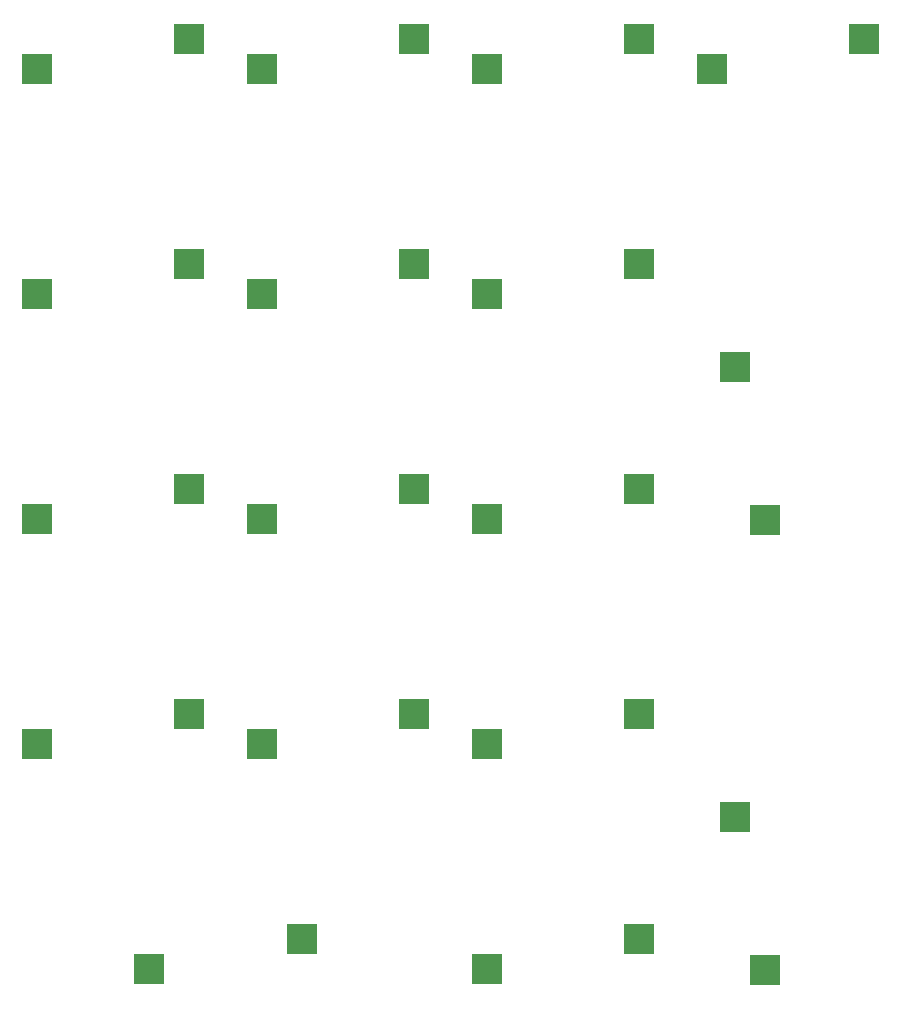
<source format=gbp>
G04 #@! TF.GenerationSoftware,KiCad,Pcbnew,8.0.6*
G04 #@! TF.CreationDate,2024-12-19T22:24:49+08:00*
G04 #@! TF.ProjectId,keyboard,6b657962-6f61-4726-942e-6b696361645f,rev?*
G04 #@! TF.SameCoordinates,Original*
G04 #@! TF.FileFunction,Paste,Bot*
G04 #@! TF.FilePolarity,Positive*
%FSLAX46Y46*%
G04 Gerber Fmt 4.6, Leading zero omitted, Abs format (unit mm)*
G04 Created by KiCad (PCBNEW 8.0.6) date 2024-12-19 22:24:49*
%MOMM*%
%LPD*%
G01*
G04 APERTURE LIST*
%ADD10R,2.550000X2.500000*%
%ADD11R,2.500000X2.550000*%
G04 APERTURE END LIST*
D10*
X271990000Y-199335000D03*
X284917000Y-196795000D03*
D11*
X312095000Y-224608000D03*
X314635000Y-237535000D03*
D10*
X252940000Y-180285000D03*
X265867000Y-177745000D03*
X252940000Y-199335000D03*
X265867000Y-196795000D03*
X252940000Y-161235000D03*
X265867000Y-158695000D03*
X303967000Y-234895000D03*
X291040000Y-237435000D03*
X271990000Y-218385000D03*
X284917000Y-215845000D03*
D11*
X314635000Y-199405000D03*
X312095000Y-186478000D03*
D10*
X252940000Y-218385000D03*
X265867000Y-215845000D03*
X291040000Y-218385000D03*
X303967000Y-215845000D03*
X291040000Y-180285000D03*
X303967000Y-177745000D03*
X291040000Y-199335000D03*
X303967000Y-196795000D03*
X271990000Y-180285000D03*
X284917000Y-177745000D03*
X310090000Y-161235000D03*
X323017000Y-158695000D03*
X262465000Y-237435000D03*
X275392000Y-234895000D03*
X291040000Y-161235000D03*
X303967000Y-158695000D03*
X271990000Y-161235000D03*
X284917000Y-158695000D03*
M02*

</source>
